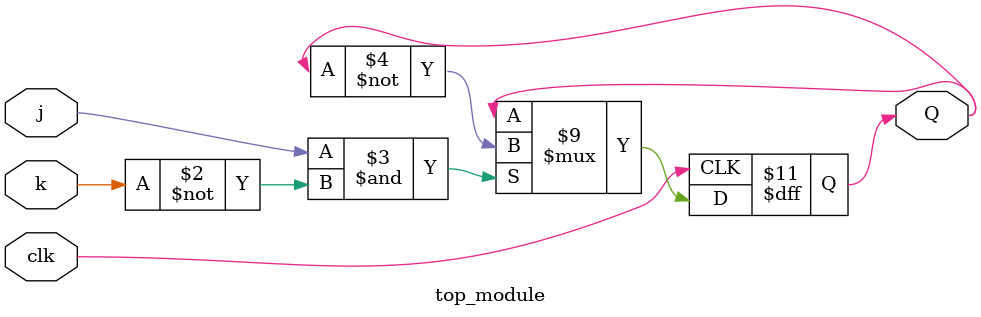
<source format=sv>
module top_module (
    input clk,
    input j,
    input k,
    output reg Q
);
    always @(posedge clk) begin
        if (j & ~k)
            Q <= ~Q;
        else if (~j & k)
            Q <= Q;
    end
endmodule

</source>
